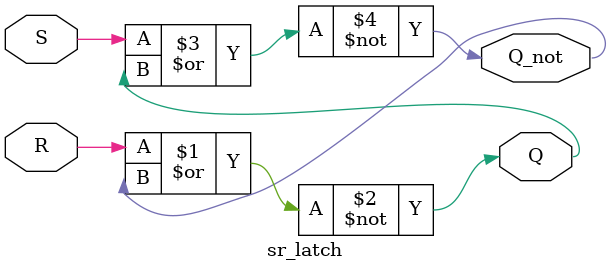
<source format=v>
module sr_latch(
    input wire S, R,
    output wire Q, Q_not);

    assign Q     = ~(R | Q_not);
    assign Q_not = ~(S | Q);
endmodule

</source>
